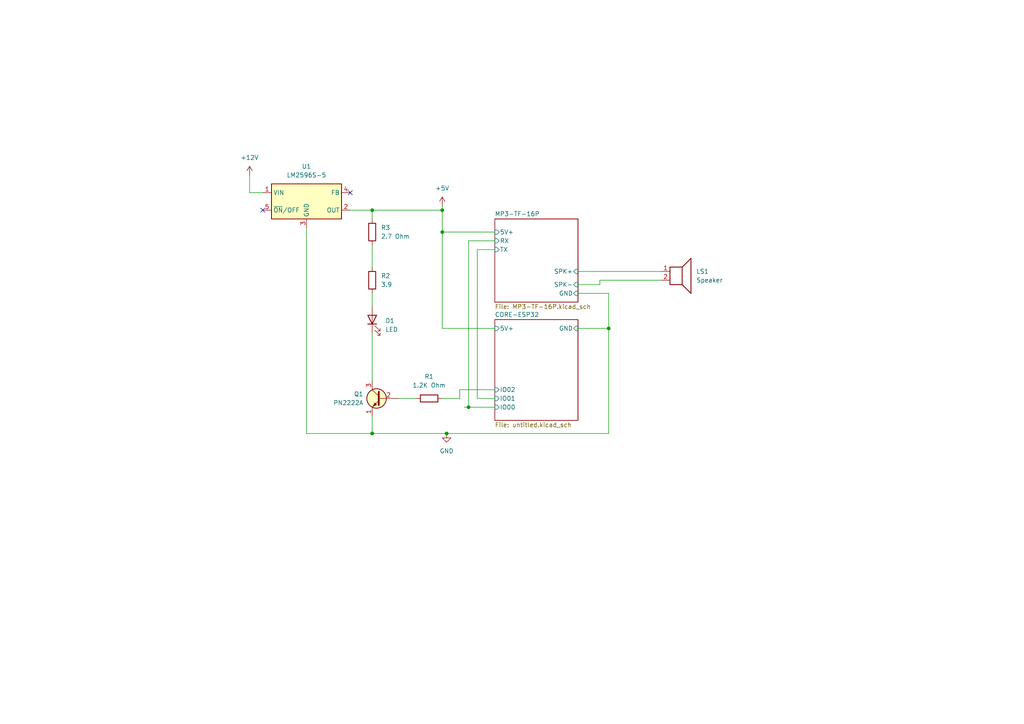
<source format=kicad_sch>
(kicad_sch (version 20230121) (generator eeschema)
  (paper "A4")
  (lib_symbols
    (symbol "Device:LED" (pin_numbers hide) (pin_names (offset 1.016) hide)
      (property "Reference" "D" (at 0 2.54 0))
      (property "Value" "LED" (at 0 -2.54 0))
      (symbol "LED_0_1"
        (polyline (pts (xy -1.27 -1.27) (xy -1.27 1.27)) (stroke (width 0.254)))
        (polyline (pts (xy -1.27 0) (xy 1.27 0)))
        (polyline (pts (xy 1.27 -1.27) (xy 1.27 1.27) (xy -1.27 0) (xy 1.27 -1.27)) (stroke (width 0.254)))
        (polyline (pts (xy -3.048 -0.762) (xy -4.572 -2.286) (xy -3.81 -2.286) (xy -4.572 -2.286) (xy -4.572 -1.524)))
        (polyline (pts (xy -1.778 -0.762) (xy -3.302 -2.286) (xy -2.54 -2.286) (xy -3.302 -2.286) (xy -3.302 -1.524)))
      )
      (symbol "LED_1_1"
        (pin passive line (at -3.81 0 0) (length 2.54) (name "K") (number "1"))
        (pin passive line (at 3.81 0 180) (length 2.54) (name "A") (number "2"))
      )
    )
    (symbol "Device:R" (pin_numbers hide) (pin_names (offset 0))
      (property "Reference" "R" (at 2.032 0 90))
      (property "Value" "R" (at 0 0 90))
      (symbol "R_0_1"
        (rectangle (start -1.016 -2.54) (end 1.016 2.54) (stroke (width 0.254)))
      )
      (symbol "R_1_1"
        (pin passive line (at 0 3.81 270) (length 1.27) (name "~") (number "1"))
        (pin passive line (at 0 -3.81 90) (length 1.27) (name "~") (number "2"))
      )
    )
    (symbol "Device:Speaker" (pin_names (offset 0) hide)
      (property "Reference" "LS" (at 1.27 5.715 0))
      (property "Value" "Speaker" (at 1.27 3.81 0))
      (symbol "Speaker_0_0"
        (rectangle (start -2.54 1.27) (end 1.016 -3.81) (stroke (width 0.254)))
        (polyline (pts (xy 1.016 1.27) (xy 3.556 3.81) (xy 3.556 -6.35) (xy 1.016 -3.81)) (stroke (width 0.254)))
      )
      (symbol "Speaker_1_1"
        (pin input line (at -5.08 0 0) (length 2.54) (name "1") (number "1"))
        (pin input line (at -5.08 -2.54 0) (length 2.54) (name "2") (number "2"))
      )
    )
    (symbol "PCM_Transistor_BJT_AKL:PN2222A" (pin_names hide)
      (property "Reference" "Q" (at 5.08 1.27 0))
      (property "Value" "PN2222A" (at 5.08 -1.27 0))
      (symbol "PN2222A_0_1"
        (polyline (pts (xy 0.635 0.635) (xy 2.54 2.54)))
        (polyline (pts (xy 0.635 -0.635) (xy 2.54 -2.54) (xy 2.54 -2.54)))
        (polyline (pts (xy 0.635 1.905) (xy 0.635 -1.905) (xy 0.635 -1.905)) (stroke (width 0.508)))
        (polyline (pts (xy 1.27 -1.778) (xy 1.778 -1.27) (xy 2.286 -2.286) (xy 1.27 -1.778) (xy 1.27 -1.778)) (fill (type outline)))
        (circle (center 1.27 0) (radius 2.8194) (stroke (width 0.254)) (fill (type background)))
      )
      (symbol "PN2222A_1_1"
        (pin passive line (at 2.54 -5.08 90) (length 2.54) (name "E") (number "1"))
        (pin passive line (at -5.08 0 0) (length 5.715) (name "B") (number "2"))
        (pin passive line (at 2.54 5.08 270) (length 2.54) (name "C") (number "3"))
      )
    )
    (symbol "Regulator_Switching:LM2596S-5"
      (property "Reference" "U" (at -10.16 6.35 0))
      (property "Value" "LM2596S-5" (at 0 6.35 0))
      (symbol "LM2596S-5_0_1"
        (rectangle (start -10.16 5.08) (end 10.16 -5.08) (stroke (width 0.254)) (fill (type background)))
      )
      (symbol "LM2596S-5_1_1"
        (pin power_in line (at -12.7 2.54 0) (length 2.54) (name "VIN") (number "1"))
        (pin output line (at 12.7 -2.54 180) (length 2.54) (name "OUT") (number "2"))
        (pin power_in line (at 0 -7.62 90) (length 2.54) (name "GND") (number "3"))
        (pin input line (at 12.7 2.54 180) (length 2.54) (name "FB") (number "4"))
        (pin input line (at -12.7 -2.54 0) (length 2.54) (name "~{ON}/OFF") (number "5"))
      )
    )
    (symbol "power:+12V" (power) (pin_names (offset 0))
      (property "Value" "+12V" (at 0 3.556 0))
      (symbol "+12V_0_1"
        (polyline (pts (xy -0.762 1.27) (xy 0 2.54)))
        (polyline (pts (xy 0 0) (xy 0 2.54)))
        (polyline (pts (xy 0 2.54) (xy 0.762 1.27)))
      )
      (symbol "+12V_1_1"
        (pin power_in line (at 0 0 90) (length 0) hide (name "+12V") (number "1"))
      )
    )
    (symbol "power:+5V" (power) (pin_names (offset 0))
      (property "Value" "+5V" (at 0 3.556 0))
      (symbol "+5V_0_1"
        (polyline (pts (xy -0.762 1.27) (xy 0 2.54)))
        (polyline (pts (xy 0 0) (xy 0 2.54)))
        (polyline (pts (xy 0 2.54) (xy 0.762 1.27)))
      )
      (symbol "+5V_1_1"
        (pin power_in line (at 0 0 90) (length 0) hide (name "+5V") (number "1"))
      )
    )
    (symbol "power:GND" (power) (pin_names (offset 0))
      (property "Value" "GND" (at 0 -3.81 0))
      (symbol "GND_0_1"
        (polyline (pts (xy 0 0) (xy 0 -1.27) (xy 1.27 -1.27) (xy 0 -2.54) (xy -1.27 -1.27) (xy 0 -1.27)))
      )
      (symbol "GND_1_1"
        (pin power_in line (at 0 0 270) (length 0) hide (name "GND") (number "1"))
      )
    )
  )
  (junction (at 176.53 95.25))
  (junction (at 128.27 60.96))
  (junction (at 129.54 125.73))
  (junction (at 107.95 125.73))
  (junction (at 107.95 60.96))
  (junction (at 128.27 67.31))
  (junction (at 135.89 118.11))
  (no_connect (at 101.6 55.88))
  (no_connect (at 76.2 60.96))
  (wire (pts (xy 134.62 118.11) (xy 135.89 118.11)))
  (wire (pts (xy 173.99 82.55) (xy 167.64 82.55)))
  (wire (pts (xy 107.95 120.65) (xy 107.95 125.73)))
  (wire (pts (xy 72.39 50.8) (xy 72.39 55.88)))
  (wire (pts (xy 143.51 72.39) (xy 138.43 72.39)))
  (wire (pts (xy 191.77 81.28) (xy 173.99 81.28)))
  (wire (pts (xy 167.64 95.25) (xy 176.53 95.25)))
  (wire (pts (xy 138.43 72.39) (xy 138.43 115.57)))
  (wire (pts (xy 115.57 115.57) (xy 120.65 115.57)))
  (wire (pts (xy 72.39 55.88) (xy 76.2 55.88)))
  (wire (pts (xy 176.53 95.25) (xy 176.53 125.73)))
  (wire (pts (xy 173.99 81.28) (xy 173.99 82.55)))
  (wire (pts (xy 107.95 60.96) (xy 107.95 63.5)))
  (wire (pts (xy 128.27 95.25) (xy 143.51 95.25)))
  (wire (pts (xy 107.95 71.12) (xy 107.95 77.47)))
  (wire (pts (xy 128.27 115.57) (xy 133.35 115.57)))
  (wire (pts (xy 88.9 66.04) (xy 88.9 125.73)))
  (wire (pts (xy 135.89 69.85) (xy 143.51 69.85)))
  (wire (pts (xy 107.95 85.09) (xy 107.95 88.9)))
  (wire (pts (xy 107.95 60.96) (xy 128.27 60.96)))
  (wire (pts (xy 107.95 96.52) (xy 107.95 110.49)))
  (wire (pts (xy 88.9 125.73) (xy 107.95 125.73)))
  (wire (pts (xy 138.43 115.57) (xy 143.51 115.57)))
  (wire (pts (xy 176.53 125.73) (xy 129.54 125.73)))
  (wire (pts (xy 128.27 67.31) (xy 128.27 95.25)))
  (wire (pts (xy 135.89 118.11) (xy 143.51 118.11)))
  (wire (pts (xy 101.6 60.96) (xy 107.95 60.96)))
  (wire (pts (xy 167.64 85.09) (xy 176.53 85.09)))
  (wire (pts (xy 133.35 115.57) (xy 133.35 113.03)))
  (wire (pts (xy 128.27 67.31) (xy 143.51 67.31)))
  (wire (pts (xy 128.27 60.96) (xy 128.27 67.31)))
  (wire (pts (xy 176.53 85.09) (xy 176.53 95.25)))
  (wire (pts (xy 133.35 113.03) (xy 143.51 113.03)))
  (wire (pts (xy 167.64 78.74) (xy 191.77 78.74)))
  (wire (pts (xy 128.27 60.96) (xy 128.27 59.69)))
  (wire (pts (xy 135.89 118.11) (xy 135.89 69.85)))
  (wire (pts (xy 107.95 125.73) (xy 129.54 125.73)))
  (symbol (lib_id "Device:R") (at 124.46 115.57 90) (unit 1)
    (property "Reference" "R1" (at 124.46 109.22 90))
    (property "Value" "1.2K Ohm" (at 124.46 111.76 90))
  )
  (symbol (lib_id "power:GND") (at 129.54 125.73 0) (unit 1)
    (property "Reference" "#PWR01" (effects hide))
    (property "Value" "GND" (at 129.54 130.81 0))
  )
  (symbol (lib_id "Device:LED") (at 107.95 92.71 90) (unit 1)
    (property "Reference" "D1" (at 111.76 93.0275 90) (effects (justify right)))
    (property "Value" "LED" (at 111.76 95.5675 90) (effects (justify right)))
  )
  (symbol (lib_id "power:+5V") (at 128.27 59.69 0) (unit 1)
    (property "Reference" "#PWR02" (effects hide))
    (property "Value" "+5V" (at 128.27 54.61 0))
  )
  (symbol (lib_id "Device:Speaker") (at 196.85 78.74 0) (unit 1)
    (property "Reference" "LS1" (at 201.93 78.74 0) (effects (justify left)))
    (property "Value" "Speaker" (at 201.93 81.28 0) (effects (justify left)))
  )
  (symbol (lib_id "PCM_Transistor_BJT_AKL:PN2222A") (at 110.49 115.57 0) (mirror y) (unit 1)
    (property "Reference" "Q1" (at 105.41 114.3 0) (effects (justify left)))
    (property "Value" "PN2222A" (at 105.41 116.84 0) (effects (justify left)))
    (property "Footprint" "Package_TO_SOT_THT_AKL:TO-92_Inline_Wide_EBC" (effects hide))
    (property "Datasheet" "https://www.tme.eu/Document/6fc4d4bda1f7e53502c9939019a00d3f/PN2222ABU.pdf" (effects hide))
  )
  (symbol (lib_id "power:+12V") (at 72.39 50.8 0) (unit 1)
    (property "Reference" "#PWR03" (effects hide))
    (property "Value" "+12V" (at 72.39 45.72 0))
  )
  (symbol (lib_id "Device:R") (at 107.95 81.28 0) (unit 1)
    (property "Reference" "R2" (at 110.49 80.01 0) (effects (justify left)))
    (property "Value" "3.9" (at 110.49 82.55 0) (effects (justify left)))
  )
  (symbol (lib_id "Device:R") (at 107.95 67.31 0) (unit 1)
    (property "Reference" "R3" (at 110.49 66.04 0) (effects (justify left)))
    (property "Value" "2.7 Ohm" (at 110.49 68.58 0) (effects (justify left)))
  )
  (symbol (lib_id "Regulator_Switching:LM2596S-5") (at 88.9 58.42 0) (unit 1)
    (property "Reference" "U1" (at 88.9 48.26 0))
    (property "Value" "LM2596S-5" (at 88.9 50.8 0))
    (property "Footprint" "Package_TO_SOT_SMD:TO-263-5_TabPin3" (effects hide))
    (property "Datasheet" "http://www.ti.com/lit/ds/symlink/lm2596.pdf" (effects hide))
  )
  (sheet (at 143.51 63.5) (size 24.13 24.13) (stroke (width 0.1524))
    (property "Sheetname" "MP3-TF-16P" (at 143.51 62.7884 0) (effects (justify left bottom)))
    (property "Sheetfile" "MP3-TF-16P.kicad_sch" (at 143.51 88.2146 0) (effects (justify left top)))
    (pin "5V+" input (at 143.51 67.31 180))
    (pin "RX" input (at 143.51 69.85 180))
    (pin "TX" input (at 143.51 72.39 180))
    (pin "GND" input (at 167.64 85.09 0))
    (pin "SPK+" input (at 167.64 78.74 0))
    (pin "SPK-" input (at 167.64 82.55 0))
  )
  (sheet (at 143.51 92.71) (size 24.13 29.21) (stroke (width 0.1524))
    (property "Sheetname" "CORE-ESP32" (at 143.51 91.9984 0) (effects (justify left bottom)))
    (property "Sheetfile" "untitled.kicad_sch" (at 143.51 122.5046 0) (effects (justify left top)))
    (pin "5V+" input (at 143.51 95.25 180))
    (pin "IO01" input (at 143.51 115.57 180))
    (pin "IO00" input (at 143.51 118.11 180))
    (pin "IO02" input (at 143.51 113.03 180))
    (pin "GND" input (at 167.64 95.25 0))
  )
)
</source>
